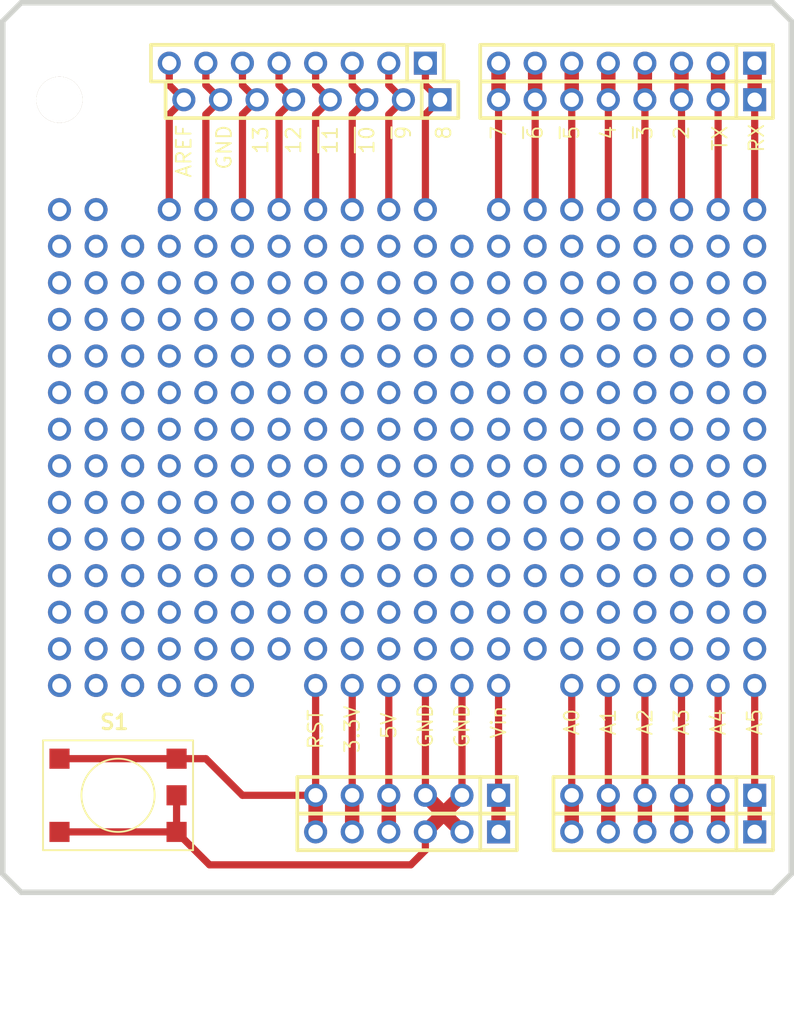
<source format=kicad_pcb>
(kicad_pcb (version 20211014) (generator pcbnew)
  (layers (0 "F.Cu" signal "Front") (31 "B.Cu" signal "Back") (34 "B.Paste" user) (35 "F.Paste" user) (36 "B.SilkS" user "B.Silkscreen") (37 "F.SilkS" user "F.Silkscreen") (38 "B.Mask" user) (39 "F.Mask" user) (44 "Edge.Cuts" user))
  (net 0 "")
  (net 1 "/ADC0")
  (net 2 "/ADC1")
  (net 3 "/ADC2")
  (net 4 "/ADC3")
  (net 5 "/ADC4")
  (net 6 "/ADC5")
  (net 7 "/AREF")
  (net 8 "/GND")
  (net 9 "/MPU_VCC")
  (net 10 "/PB4")
  (net 11 "/PB5")
  (net 12 "/PB6")
  (net 13 "/PB7")
  (net 14 "/PE3")
  (net 15 "/PE4")
  (net 16 "/PE5")
  (net 17 "/PG5")
  (net 18 "/PH3")
  (net 19 "/PH4")
  (net 20 "/PH5")
  (net 21 "/PH6")
  (net 22 "/RESET")
  (net 23 "/RXD0")
  (net 24 "/TXD0")
  (net 25 "/VCC3V3")
  (net 26 "/VCCIN")
  (footprint "1_pin" (layer "F.Cu") (at 116.84 128.27)
    (fp_text reference "arduino" hide)
    (fp_text value "P***" hide)
  )
  (footprint "1_pin" (layer "F.Cu") (at 114.3 128.27)
    (fp_text reference "arduino" hide)
    (fp_text value "P***" hide)
  )
  (footprint "1_pin" (layer "F.Cu") (at 106.68 128.27)
    (fp_text reference "arduino" hide)
    (fp_text value "P***" hide)
  )
  (footprint "1_pin" (layer "F.Cu") (at 109.22 128.27)
    (fp_text reference "arduino" hide)
    (fp_text value "P***" hide)
  )
  (footprint "1_pin" (layer "F.Cu") (at 87.88146 109.728)
    (fp_text reference "arduino" hide)
    (fp_text value "P***" hide)
  )
  (footprint "1_pin" (layer "F.Cu") (at 118.36146 97.028)
    (fp_text reference "arduino" hide)
    (fp_text value "P***" hide)
  )
  (footprint "1_pin" (layer "F.Cu") (at 137.16 95.25)
    (fp_text reference "arduino" hide)
    (fp_text value "P***" hide)
  )
  (footprint "1_pin" (layer "F.Cu") (at 134.62 95.25)
    (fp_text reference "arduino" hide)
    (fp_text value "P***" hide)
  )
  (footprint "1_pin" (layer "F.Cu") (at 127 128.27)
    (fp_text reference "arduino" hide)
    (fp_text value "P***" hide)
  )
  (footprint "1_pin" (layer "F.Cu") (at 137.16 128.27)
    (fp_text reference "arduino" hide)
    (fp_text value "P***" hide)
  )
  (footprint "1_pin" (layer "F.Cu") (at 134.62 128.27)
    (fp_text reference "arduino" hide)
    (fp_text value "P***" hide)
  )
  (footprint "1_pin" (layer "F.Cu") (at 118.10746 127.508)
    (fp_text reference "arduino" hide)
    (fp_text value "P***" hide)
  )
  (footprint "1_pin" (layer "F.Cu") (at 132.33146 97.028)
    (fp_text reference "arduino" hide)
    (fp_text value "P***" hide)
  )
  (footprint "1_pin" (layer "F.Cu") (at 109.22 95.25)
    (fp_text reference "arduino" hide)
    (fp_text value "P***" hide)
  )
  (footprint "1_pin" (layer "F.Cu") (at 106.68 95.25)
    (fp_text reference "arduino" hide)
    (fp_text value "P***" hide)
  )
  (footprint "1_pin" (layer "F.Cu") (at 111.76 95.25)
    (fp_text reference "arduino" hide)
    (fp_text value "P***" hide)
  )
  (footprint "1_pin" (layer "F.Cu") (at 114.3 95.25)
    (fp_text reference "arduino" hide)
    (fp_text value "P***" hide)
  )
  (footprint "1_pin" (layer "F.Cu") (at 132.08 128.27)
    (fp_text reference "arduino" hide)
    (fp_text value "P***" hide)
  )
  (footprint "1_pin" (layer "F.Cu") (at 129.54 128.27)
    (fp_text reference "arduino" hide)
    (fp_text value "P***" hide)
  )
  (footprint "1_pin" (layer "F.Cu") (at 124.46 128.27)
    (fp_text reference "arduino" hide)
    (fp_text value "P***" hide)
  )
  (footprint "IWconnectors:PIN_ARRAY_8x1" (layer "F.Cu") (at 105.41 85.09 180)
    (fp_text reference "XP2" hide)
    (fp_text value "PLS-8" hide)
  )
  (footprint "IWconnectors:PIN_ARRAY_8x1" (layer "F.Cu") (at 106.42346 87.63 180)
    (fp_text reference "XP1" hide)
    (fp_text value "PLS-8" hide)
  )
  (footprint "IWconnectors:PIN_ARRAY_6x1" (layer "F.Cu") (at 130.81 135.89 180)
    (fp_text reference "XP10" hide)
    (fp_text value "PLS-6" hide)
  )
  (footprint "IWconnectors:PIN_ARRAY_6x1" (layer "F.Cu") (at 130.81 138.43 180)
    (fp_text reference "XP9" hide)
    (fp_text value "PLS-6" hide)
  )
  (footprint "IWconnectors:PIN_ARRAY_6x1" (layer "F.Cu") (at 113.03 138.43 180)
    (fp_text reference "XP8" hide)
    (fp_text value "PLS-6" hide)
  )
  (footprint "IWconnectors:PIN_ARRAY_6x1" (layer "F.Cu") (at 113.03 135.89 180)
    (fp_text reference "XP7" hide)
    (fp_text value "PLS-6" hide)
  )
  (footprint "IWsmd_case:SWD_BUTTON" (layer "F.Cu") (at 92.71 135.89)
    (fp_text reference "S1")
    (fp_text value "FSM1LP" hide)
  )
  (footprint "1_pin" (layer "F.Cu") (at 129.54 95.25)
    (fp_text reference "arduino" hide)
    (fp_text value "P***" hide)
  )
  (footprint "1_pin" (layer "F.Cu") (at 132.08 95.25)
    (fp_text reference "arduino" hide)
    (fp_text value "P***" hide)
  )
  (footprint "1_pin" (layer "F.Cu") (at 121.92 95.25)
    (fp_text reference "arduino" hide)
    (fp_text value "P***" hide)
  )
  (footprint "1_pin" (layer "F.Cu") (at 132.33146 97.028)
    (fp_text reference "arduino" hide)
    (fp_text value "P***" hide)
  )
  (footprint "1_pin" (layer "F.Cu") (at 132.33146 97.028)
    (fp_text reference "arduino" hide)
    (fp_text value "P***" hide)
  )
  (footprint "IWconnectors:PIN_ARRAY_8x1" (layer "F.Cu") (at 128.26746 87.63 180)
    (fp_text reference "XP3" hide)
    (fp_text value "PLS-8" hide)
  )
  (footprint "1_pin" (layer "F.Cu") (at 119.38 95.25)
    (fp_text reference "arduino" hide)
    (fp_text value "P***" hide)
  )
  (footprint "1_pin" (layer "F.Cu") (at 124.46 95.25)
    (fp_text reference "arduino" hide)
    (fp_text value "P***" hide)
  )
  (footprint "1_pin" (layer "F.Cu") (at 127 95.25)
    (fp_text reference "arduino" hide)
    (fp_text value "P***" hide)
  )
  (footprint "IWconnectors:PIN_ARRAY_8x1" (layer "F.Cu") (at 128.26746 85.09 180)
    (fp_text reference "XP4" hide)
    (fp_text value "PLS-8" hide)
  )
  (footprint "1_pin" (layer "F.Cu") (at 104.14 95.25)
    (fp_text reference "arduino" hide)
    (fp_text value "P***" hide)
  )
  (footprint "1_pin" (layer "F.Cu") (at 101.6 95.25)
    (fp_text reference "arduino" hide)
    (fp_text value "P***" hide)
  )
  (footprint "1_pin" (layer "F.Cu") (at 99.06 95.25)
    (fp_text reference "arduino" hide)
    (fp_text value "P***" hide)
  )
  (footprint "1_pin" (layer "F.Cu") (at 119.38 128.27)
    (fp_text reference "arduino" hide)
    (fp_text value "P***" hide)
  )
  (footprint "1_pin" (layer "F.Cu") (at 111.76 128.27)
    (fp_text reference "arduino" hide)
    (fp_text value "P***" hide)
  )
  (footprint "1_pin" (layer "F.Cu") (at 89.65946 87.63)
    (fp_text reference "arduino" hide)
    (fp_text value "P***" hide)
  )
  (footprint "1_pin" (layer "F.Cu") (at 96.52 95.25)
    (fp_text reference "arduino" hide)
    (fp_text value "P***" hide)
  )
  (footprint "1_pin" (layer "F.Cu") (at 101.6 125.73)
    (fp_text reference "arduino" hide)
    (fp_text value "P***" hide)
  )
  (footprint "1_pin" (layer "F.Cu") (at 93.98 118.11)
    (fp_text reference "arduino" hide)
    (fp_text value "P***" hide)
  )
  (footprint "1_pin" (layer "F.Cu") (at 93.98 123.19)
    (fp_text reference "arduino" hide)
    (fp_text value "P***" hide)
  )
  (footprint "1_pin" (layer "F.Cu") (at 93.98 120.65)
    (fp_text reference "arduino" hide)
    (fp_text value "P***" hide)
  )
  (footprint "1_pin" (layer "F.Cu") (at 93.98 107.95)
    (fp_text reference "arduino" hide)
    (fp_text value "P***" hide)
  )
  (footprint "1_pin" (layer "F.Cu") (at 90.42146 109.728)
    (fp_text reference "arduino" hide)
    (fp_text value "P***" hide)
  )
  (footprint "1_pin" (layer "F.Cu") (at 104.14 125.73)
    (fp_text reference "arduino" hide)
    (fp_text value "P***" hide)
  )
  (footprint "1_pin" (layer "F.Cu") (at 93.98 105.41)
    (fp_text reference "arduino" hide)
    (fp_text value "P***" hide)
  )
  (footprint "1_pin" (layer "F.Cu") (at 93.98 110.49)
    (fp_text reference "arduino" hide)
    (fp_text value "P***" hide)
  )
  (footprint "1_pin" (layer "F.Cu") (at 93.98 115.57)
    (fp_text reference "arduino" hide)
    (fp_text value "P***" hide)
  )
  (footprint "1_pin" (layer "F.Cu") (at 93.98 113.03)
    (fp_text reference "arduino" hide)
    (fp_text value "P***" hide)
  )
  (footprint "1_pin" (layer "F.Cu") (at 137.16 113.03)
    (fp_text reference "arduino" hide)
    (fp_text value "P***" hide)
  )
  (footprint "1_pin" (layer "F.Cu") (at 137.16 110.49)
    (fp_text reference "arduino" hide)
    (fp_text value "P***" hide)
  )
  (footprint "1_pin" (layer "F.Cu") (at 137.16 115.57)
    (fp_text reference "arduino" hide)
    (fp_text value "P***" hide)
  )
  (footprint "1_pin" (layer "F.Cu") (at 137.16 120.65)
    (fp_text reference "arduino" hide)
    (fp_text value "P***" hide)
  )
  (footprint "1_pin" (layer "F.Cu") (at 137.16 107.95)
    (fp_text reference "arduino" hide)
    (fp_text value "P***" hide)
  )
  (footprint "1_pin" (layer "F.Cu") (at 137.16 123.19)
    (fp_text reference "arduino" hide)
    (fp_text value "P***" hide)
  )
  (footprint "1_pin" (layer "F.Cu") (at 137.16 118.11)
    (fp_text reference "arduino" hide)
    (fp_text value "P***" hide)
  )
  (footprint "1_pin" (layer "F.Cu") (at 116.84 125.73)
    (fp_text reference "arduino" hide)
    (fp_text value "P***" hide)
  )
  (footprint "1_pin" (layer "F.Cu") (at 114.3 125.73)
    (fp_text reference "arduino" hide)
    (fp_text value "P***" hide)
  )
  (footprint "1_pin" (layer "F.Cu") (at 124.46 125.73)
    (fp_text reference "arduino" hide)
    (fp_text value "P***" hide)
  )
  (footprint "1_pin" (layer "F.Cu") (at 127 125.73)
    (fp_text reference "arduino" hide)
    (fp_text value "P***" hide)
  )
  (footprint "1_pin" (layer "F.Cu") (at 121.92 125.73)
    (fp_text reference "arduino" hide)
    (fp_text value "P***" hide)
  )
  (footprint "1_pin" (layer "F.Cu") (at 129.54 125.73)
    (fp_text reference "arduino" hide)
    (fp_text value "P***" hide)
  )
  (footprint "1_pin" (layer "F.Cu") (at 119.38 125.73)
    (fp_text reference "arduino" hide)
    (fp_text value "P***" hide)
  )
  (footprint "1_pin" (layer "F.Cu") (at 132.08 125.73)
    (fp_text reference "arduino" hide)
    (fp_text value "P***" hide)
  )
  (footprint "1_pin" (layer "F.Cu") (at 137.16 125.73)
    (fp_text reference "arduino" hide)
    (fp_text value "P***" hide)
  )
  (footprint "1_pin" (layer "F.Cu") (at 111.76 125.73)
    (fp_text reference "arduino" hide)
    (fp_text value "P***" hide)
  )
  (footprint "1_pin" (layer "F.Cu") (at 134.62 125.73)
    (fp_text reference "arduino" hide)
    (fp_text value "P***" hide)
  )
  (footprint "1_pin" (layer "F.Cu") (at 106.68 125.73)
    (fp_text reference "arduino" hide)
    (fp_text value "P***" hide)
  )
  (footprint "1_pin" (layer "F.Cu") (at 109.22 125.73)
    (fp_text reference "arduino" hide)
    (fp_text value "P***" hide)
  )
  (footprint "1_pin" (layer "F.Cu") (at 137.16 97.79)
    (fp_text reference "arduino" hide)
    (fp_text value "P***" hide)
  )
  (footprint "1_pin" (layer "F.Cu") (at 106.68 115.57)
    (fp_text reference "arduino" hide)
    (fp_text value "P***" hide)
  )
  (footprint "1_pin" (layer "F.Cu") (at 91.44 115.57)
    (fp_text reference "arduino" hide)
    (fp_text value "P***" hide)
  )
  (footprint "1_pin" (layer "F.Cu") (at 134.62 97.79)
    (fp_text reference "arduino" hide)
    (fp_text value "P***" hide)
  )
  (footprint "1_pin" (layer "F.Cu") (at 99.06 120.65)
    (fp_text reference "arduino" hide)
    (fp_text value "P***" hide)
  )
  (footprint "1_pin" (layer "F.Cu") (at 88.9 120.65)
    (fp_text reference "arduino" hide)
    (fp_text value "P***" hide)
  )
  (footprint "1_pin" (layer "F.Cu") (at 104.14 102.87)
    (fp_text reference "arduino" hide)
    (fp_text value "P***" hide)
  )
  (footprint "1_pin" (layer "F.Cu") (at 119.38 110.49)
    (fp_text reference "arduino" hide)
    (fp_text value "P***" hide)
  )
  (footprint "1_pin" (layer "F.Cu") (at 114.3 102.87)
    (fp_text reference "arduino" hide)
    (fp_text value "P***" hide)
  )
  (footprint "1_pin" (layer "F.Cu") (at 101.6 97.79)
    (fp_text reference "arduino" hide)
    (fp_text value "P***" hide)
  )
  (footprint "1_pin" (layer "F.Cu") (at 88.9 128.27)
    (fp_text reference "arduino" hide)
    (fp_text value "P***" hide)
  )
  (footprint "1_pin" (layer "F.Cu") (at 105.66146 109.728)
    (fp_text reference "arduino" hide)
    (fp_text value "P***" hide)
  )
  (footprint "1_pin" (layer "F.Cu") (at 127 100.33)
    (fp_text reference "arduino" hide)
    (fp_text value "P***" hide)
  )
  (footprint "1_pin" (layer "F.Cu") (at 127 113.03)
    (fp_text reference "arduino" hide)
    (fp_text value "P***" hide)
  )
  (footprint "1_pin" (layer "F.Cu") (at 111.76 123.19)
    (fp_text reference "arduino" hide)
    (fp_text value "P***" hide)
  )
  (footprint "1_pin" (layer "F.Cu") (at 119.38 120.65)
    (fp_text reference "arduino" hide)
    (fp_text value "P***" hide)
  )
  (footprint "1_pin" (layer "F.Cu") (at 88.9 95.25)
    (fp_text reference "arduino" hide)
    (fp_text value "P***" hide)
  )
  (footprint "1_pin" (layer "F.Cu") (at 124.46 110.49)
    (fp_text reference "arduino" hide)
    (fp_text value "P***" hide)
  )
  (footprint "1_pin" (layer "F.Cu") (at 101.6 115.57)
    (fp_text reference "arduino" hide)
    (fp_text value "P***" hide)
  )
  (footprint "1_pin" (layer "F.Cu") (at 119.38 97.79)
    (fp_text reference "arduino" hide)
    (fp_text value "P***" hide)
  )
  (footprint "1_pin" (layer "F.Cu") (at 91.44 123.19)
    (fp_text reference "arduino" hide)
    (fp_text value "P***" hide)
  )
  (footprint "1_pin" (layer "F.Cu") (at 124.46 123.19)
    (fp_text reference "arduino" hide)
    (fp_text value "P***" hide)
  )
  (footprint "1_pin" (layer "F.Cu") (at 129.54 120.65)
    (fp_text reference "arduino" hide)
    (fp_text value "P***" hide)
  )
  (footprint "1_pin" (layer "F.Cu") (at 129.54 107.95)
    (fp_text reference "arduino" hide)
    (fp_text value "P***" hide)
  )
  (footprint "1_pin" (layer "F.Cu") (at 127 118.11)
    (fp_text reference "arduino" hide)
    (fp_text value "P***" hide)
  )
  (footprint "1_pin" (layer "F.Cu") (at 104.14 120.65)
    (fp_text reference "arduino" hide)
    (fp_text value "P***" hide)
  )
  (footprint "1_pin" (layer "F.Cu") (at 91.44 100.33)
    (fp_text reference "arduino" hide)
    (fp_text value "P***" hide)
  )
  (footprint "1_pin" (layer "F.Cu") (at 137.16 102.87)
    (fp_text reference "arduino" hide)
    (fp_text value "P***" hide)
  )
  (footprint "1_pin" (layer "F.Cu") (at 88.9 110.49)
    (fp_text reference "arduino" hide)
    (fp_text value "P***" hide)
  )
  (footprint "1_pin" (layer "F.Cu") (at 106.68 120.65)
    (fp_text reference "arduino" hide)
    (fp_text value "P***" hide)
  )
  (footprint "1_pin" (layer "F.Cu") (at 93.98 97.79)
    (fp_text reference "arduino" hide)
    (fp_text value "P***" hide)
  )
  (footprint "1_pin" (layer "F.Cu") (at 129.54 105.41)
    (fp_text reference "arduino" hide)
    (fp_text value "P***" hide)
  )
  (footprint "1_pin" (layer "F.Cu") (at 88.9 115.57)
    (fp_text reference "arduino" hide)
    (fp_text value "P***" hide)
  )
  (footprint "1_pin" (layer "F.Cu") (at 134.62 118.11)
    (fp_text reference "arduino" hide)
    (fp_text value "P***" hide)
  )
  (footprint "1_pin" (layer "F.Cu") (at 124.46 100.33)
    (fp_text reference "arduino" hide)
    (fp_text value "P***" hide)
  )
  (footprint "1_pin" (layer "F.Cu") (at 91.44 118.11)
    (fp_text reference "arduino" hide)
    (fp_text value "P***" hide)
  )
  (footprint "1_pin" (layer "F.Cu") (at 132.08 113.03)
    (fp_text reference "arduino" hide)
    (fp_text value "P***" hide)
  )
  (footprint "1_pin" (layer "F.Cu") (at 111.76 110.49)
    (fp_text reference "arduino" hide)
    (fp_text value "P***" hide)
  )
  (footprint "1_pin" (layer "F.Cu") (at 111.76 118.11)
    (fp_text reference "arduino" hide)
    (fp_text value "P***" hide)
  )
  (footprint "1_pin" (layer "F.Cu") (at 101.6 105.41)
    (fp_text reference "arduino" hide)
    (fp_text value "P***" hide)
  )
  (footprint "1_pin" (layer "F.Cu") (at 119.38 123.19)
    (fp_text reference "arduino" hide)
    (fp_text value "P***" hide)
  )
  (footprint "1_pin" (layer "F.Cu") (at 88.9 102.87)
    (fp_text reference "arduino" hide)
    (fp_text value "P***" hide)
  )
  (footprint "1_pin" (layer "F.Cu") (at 88.9 123.19)
    (fp_text reference "arduino" hide)
    (fp_text value "P***" hide)
  )
  (footprint "1_pin" (layer "F.Cu") (at 132.08 97.79)
    (fp_text reference "arduino" hide)
    (fp_text value "P***" hide)
  )
  (footprint "1_pin" (layer "F.Cu") (at 114.3 110.49)
    (fp_text reference "arduino" hide)
    (fp_text value "P***" hide)
  )
  (footprint "1_pin" (layer "F.Cu") (at 99.06 113.03)
    (fp_text reference "arduino" hide)
    (fp_text value "P***" hide)
  )
  (footprint "1_pin" (layer "F.Cu") (at 106.68 123.19)
    (fp_text reference "arduino" hide)
    (fp_text value "P***" hide)
  )
  (footprint "1_pin" (layer "F.Cu") (at 101.6 120.65)
    (fp_text reference "arduino" hide)
    (fp_text value "P***" hide)
  )
  (footprint "1_pin" (layer "F.Cu") (at 121.92 105.41)
    (fp_text reference "arduino" hide)
    (fp_text value "P***" hide)
  )
  (footprint "1_pin" (layer "F.Cu") (at 114.3 100.33)
    (fp_text reference "arduino" hide)
    (fp_text value "P***" hide)
  )
  (footprint "1_pin" (layer "F.Cu") (at 96.52 113.03)
    (fp_text reference "arduino" hide)
    (fp_text value "P***" hide)
  )
  (footprint "1_pin" (layer "F.Cu") (at 109.22 113.03)
    (fp_text reference "arduino" hide)
    (fp_text value "P***" hide)
  )
  (footprint "1_pin" (layer "F.Cu") (at 93.98 128.27)
    (fp_text reference "arduino" hide)
    (fp_text value "P***" hide)
  )
  (footprint "1_pin" (layer "F.Cu") (at 124.46 97.79)
    (fp_text reference "arduino" hide)
    (fp_text value "P***" hide)
  )
  (footprint "1_pin" (layer "F.Cu") (at 116.84 118.11)
    (fp_text reference "arduino" hide)
    (fp_text value "P***" hide)
  )
  (footprint "1_pin" (layer "F.Cu") (at 114.3 105.41)
    (fp_text reference "arduino" hide)
    (fp_text value "P***" hide)
  )
  (footprint "1_pin" (layer "F.Cu") (at 127 123.19)
    (fp_text reference "arduino" hide)
    (fp_text value "P***" hide)
  )
  (footprint "1_pin" (layer "F.Cu") (at 93.98 102.87)
    (fp_text reference "arduino" hide)
    (fp_text value "P***" hide)
  )
  (footprint "1_pin" (layer "F.Cu") (at 104.14 113.03)
    (fp_text reference "arduino" hide)
    (fp_text value "P***" hide)
  )
  (footprint "1_pin" (layer "F.Cu") (at 101.6 100.33)
    (fp_text reference "arduino" hide)
    (fp_text value "P***" hide)
  )
  (footprint "1_pin" (layer "F.Cu") (at 109.22 123.19)
    (fp_text reference "arduino" hide)
    (fp_text value "P***" hide)
  )
  (footprint "1_pin" (layer "F.Cu") (at 119.38 115.57)
    (fp_text reference "arduino" hide)
    (fp_text value "P***" hide)
  )
  (footprint "1_pin" (layer "F.Cu") (at 132.08 110.49)
    (fp_text reference "arduino" hide)
    (fp_text value "P***" hide)
  )
  (footprint "1_pin" (layer "F.Cu") (at 96.52 97.79)
    (fp_text reference "arduino" hide)
    (fp_text value "P***" hide)
  )
  (footprint "1_pin" (layer "F.Cu") (at 106.68 118.11)
    (fp_text reference "arduino" hide)
    (fp_text value "P***" hide)
  )
  (footprint "1_pin" (layer "F.Cu") (at 101.6 123.19)
    (fp_text reference "arduino" hide)
    (fp_text value "P***" hide)
  )
  (footprint "1_pin" (layer "F.Cu") (at 134.62 100.33)
    (fp_text reference "arduino" hide)
    (fp_text value "P***" hide)
  )
  (footprint "1_pin" (layer "F.Cu") (at 104.14 107.95)
    (fp_text reference "arduino" hide)
    (fp_text value "P***" hide)
  )
  (footprint "1_pin" (layer "F.Cu") (at 121.92 118.11)
    (fp_text reference "arduino" hide)
    (fp_text value "P***" hide)
  )
  (footprint "1_pin" (layer "F.Cu") (at 134.62 115.57)
    (fp_text reference "arduino" hide)
    (fp_text value "P***" hide)
  )
  (footprint "1_pin" (layer "F.Cu") (at 109.22 105.41)
    (fp_text reference "arduino" hide)
    (fp_text value "P***" hide)
  )
  (footprint "1_pin" (layer "F.Cu") (at 91.44 105.41)
    (fp_text reference "arduino" hide)
    (fp_text value "P***" hide)
  )
  (footprint "1_pin" (layer "F.Cu") (at 121.92 123.19)
    (fp_text reference "arduino" hide)
    (fp_text value "P***" hide)
  )
  (footprint "1_pin" (layer "F.Cu") (at 116.84 113.03)
    (fp_text reference "arduino" hide)
    (fp_text value "P***" hide)
  )
  (footprint "1_pin" (layer "F.Cu") (at 91.44 95.25)
    (fp_text reference "arduino" hide)
    (fp_text value "P***" hide)
  )
  (footprint "1_pin" (layer "F.Cu") (at 134.62 107.95)
    (fp_text reference "arduino" hide)
    (fp_text value "P***" hide)
  )
  (footprint "1_pin" (layer "F.Cu") (at 129.54 110.49)
    (fp_text reference "arduino" hide)
    (fp_text value "P***" hide)
  )
  (footprint "1_pin" (layer "F.Cu") (at 96.52 102.87)
    (fp_text reference "arduino" hide)
    (fp_text value "P***" hide)
  )
  (footprint "1_pin" (layer "F.Cu") (at 91.44 113.03)
    (fp_text reference "arduino" hide)
    (fp_text value "P***" hide)
  )
  (footprint "1_pin" (layer "F.Cu") (at 111.76 97.79)
    (fp_text reference "arduino" hide)
    (fp_text value "P***" hide)
  )
  (footprint "1_pin" (layer "F.Cu") (at 99.06 105.41)
    (fp_text reference "arduino" hide)
    (fp_text value "P***" hide)
  )
  (footprint "1_pin" (layer "F.Cu") (at 111.76 113.03)
    (fp_text reference "arduino" hide)
    (fp_text value "P***" hide)
  )
  (footprint "1_pin" (layer "F.Cu") (at 114.3 115.57)
    (fp_text reference "arduino" hide)
    (fp_text value "P***" hide)
  )
  (footprint "1_pin" (layer "F.Cu") (at 124.46 118.11)
    (fp_text reference "arduino" hide)
    (fp_text value "P***" hide)
  )
  (footprint "1_pin" (layer "F.Cu") (at 99.06 123.19)
    (fp_text reference "arduino" hide)
    (fp_text value "P***" hide)
  )
  (footprint "1_pin" (layer "F.Cu") (at 111.76 100.33)
    (fp_text reference "arduino" hide)
    (fp_text value "P***" hide)
  )
  (footprint "1_pin" (layer "F.Cu") (at 88.9 113.03)
    (fp_text reference "arduino" hide)
    (fp_text value "P***" hide)
  )
  (footprint "1_pin" (layer "F.Cu") (at 116.84 97.79)
    (fp_text reference "arduino" hide)
    (fp_text value "P***" hide)
  )
  (footprint "1_pin" (layer "F.Cu") (at 109.22 115.57)
    (fp_text reference "arduino" hide)
    (fp_text value "P***" hide)
  )
  (footprint "1_pin" (layer "F.Cu") (at 119.38 113.03)
    (fp_text reference "arduino" hide)
    (fp_text value "P***" hide)
  )
  (footprint "1_pin" (layer "F.Cu") (at 134.62 110.49)
    (fp_text reference "arduino" hide)
    (fp_text value "P***" hide)
  )
  (footprint "1_pin" (layer "F.Cu") (at 119.38 118.11)
    (fp_text reference "arduino" hide)
    (fp_text value "P***" hide)
  )
  (footprint "1_pin" (layer "F.Cu") (at 116.84 105.41)
    (fp_text reference "arduino" hide)
    (fp_text value "P***" hide)
  )
  (footprint "1_pin" (layer "F.Cu") (at 116.84 120.65)
    (fp_text reference "arduino" hide)
    (fp_text value "P***" hide)
  )
  (footprint "1_pin" (layer "F.Cu") (at 96.52 107.95)
    (fp_text reference "arduino" hide)
    (fp_text value "P***" hide)
  )
  (footprint "1_pin" (layer "F.Cu") (at 109.22 107.95)
    (fp_text reference "arduino" hide)
    (fp_text value "P***" hide)
  )
  (footprint "1_pin" (layer "F.Cu") (at 116.84 107.95)
    (fp_text reference "arduino" hide)
    (fp_text value "P***" hide)
  )
  (footprint "1_pin" (layer "F.Cu") (at 129.54 115.57)
    (fp_text reference "arduino" hide)
    (fp_text value "P***" hide)
  )
  (footprint "1_pin" (layer "F.Cu") (at 127 120.65)
    (fp_text reference "arduino" hide)
    (fp_text value "P***" hide)
  )
  (footprint "1_pin" (layer "F.Cu") (at 127 115.57)
    (fp_text reference "arduino" hide)
    (fp_text value "P***" hide)
  )
  (footprint "1_pin" (layer "F.Cu") (at 99.06 110.49)
    (fp_text reference "arduino" hide)
    (fp_text value "P***" hide)
  )
  (footprint "1_pin" (layer "F.Cu") (at 100.58146 109.728)
    (fp_text reference "arduino" hide)
    (fp_text value "P***" hide)
  )
  (footprint "1_pin" (layer "F.Cu") (at 116.84 110.49)
    (fp_text reference "arduino" hide)
    (fp_text value "P***" hide)
  )
  (footprint "1_pin" (layer "F.Cu") (at 132.08 107.95)
    (fp_text reference "arduino" hide)
    (fp_text value "P***" hide)
  )
  (footprint "1_pin" (layer "F.Cu") (at 121.92 102.87)
    (fp_text reference "arduino" hide)
    (fp_text value "P***" hide)
  )
  (footprint "1_pin" (layer "F.Cu") (at 132.08 105.41)
    (fp_text reference "arduino" hide)
    (fp_text value "P***" hide)
  )
  (footprint "1_pin" (layer "F.Cu") (at 129.54 113.03)
    (fp_text reference "arduino" hide)
    (fp_text value "P***" hide)
  )
  (footprint "1_pin" (layer "F.Cu") (at 124.46 107.95)
    (fp_text reference "arduino" hide)
    (fp_text value "P***" hide)
  )
  (footprint "1_pin" (layer "F.Cu") (at 91.44 120.65)
    (fp_text reference "arduino" hide)
    (fp_text value "P***" hide)
  )
  (footprint "1_pin" (layer "F.Cu") (at 124.46 115.57)
    (fp_text reference "arduino" hide)
    (fp_text value "P***" hide)
  )
  (footprint "1_pin" (layer "F.Cu") (at 93.98 100.33)
    (fp_text reference "arduino" hide)
    (fp_text value "P***" hide)
  )
  (footprint "1_pin" (layer "F.Cu") (at 101.6 107.95)
    (fp_text reference "arduino" hide)
    (fp_text value "P***" hide)
  )
  (footprint "1_pin" (layer "F.Cu") (at 106.68 100.33)
    (fp_text reference "arduino" hide)
    (fp_text value "P***" hide)
  )
  (footprint "1_pin" (layer "F.Cu") (at 106.68 113.03)
    (fp_text reference "arduino" hide)
    (fp_text value "P***" hide)
  )
  (footprint "1_pin" (layer "F.Cu") (at 109.22 120.65)
    (fp_text reference "arduino" hide)
    (fp_text value "P***" hide)
  )
  (footprint "1_pin" (layer "F.Cu") (at 88.9 118.11)
    (fp_text reference "arduino" hide)
    (fp_text value "P***" hide)
  )
  (footprint "1_pin" (layer "F.Cu") (at 111.76 105.41)
    (fp_text reference "arduino" hide)
    (fp_text value "P***" hide)
  )
  (footprint "1_pin" (layer "F.Cu") (at 99.06 118.11)
    (fp_text reference "arduino" hide)
    (fp_text value "P***" hide)
  )
  (footprint "1_pin" (layer "F.Cu") (at 96.52 115.57)
    (fp_text reference "arduino" hide)
    (fp_text value "P***" hide)
  )
  (footprint "1_pin" (layer "F.Cu") (at 129.54 100.33)
    (fp_text reference "arduino" hide)
    (fp_text value "P***" hide)
  )
  (footprint "1_pin" (layer "F.Cu") (at 93.98 125.73)
    (fp_text reference "arduino" hide)
    (fp_text value "P***" hide)
  )
  (footprint "1_pin" (layer "F.Cu") (at 99.06 107.95)
    (fp_text reference "arduino" hide)
    (fp_text value "P***" hide)
  )
  (footprint "1_pin" (layer "F.Cu") (at 119.38 107.95)
    (fp_text reference "arduino" hide)
    (fp_text value "P***" hide)
  )
  (footprint "1_pin" (layer "F.Cu") (at 104.14 105.41)
    (fp_text reference "arduino" hide)
    (fp_text value "P***" hide)
  )
  (footprint "1_pin" (layer "F.Cu") (at 111.76 107.95)
    (fp_text reference "arduino" hide)
    (fp_text value "P***" hide)
  )
  (footprint "1_pin" (layer "F.Cu") (at 101.6 113.03)
    (fp_text reference "arduino" hide)
    (fp_text value "P***" hide)
  )
  (footprint "1_pin" (layer "F.Cu") (at 132.08 118.11)
    (fp_text reference "arduino" hide)
    (fp_text value "P***" hide)
  )
  (footprint "1_pin" (layer "F.Cu") (at 91.44 107.95)
    (fp_text reference "arduino" hide)
    (fp_text value "P***" hide)
  )
  (footprint "1_pin" (layer "F.Cu") (at 121.92 97.79)
    (fp_text reference "arduino" hide)
    (fp_text value "P***" hide)
  )
  (footprint "1_pin" (layer "F.Cu") (at 88.9 125.73)
    (fp_text reference "arduino" hide)
    (fp_text value "P***" hide)
  )
  (footprint "1_pin" (layer "F.Cu") (at 114.3 113.03)
    (fp_text reference "arduino" hide)
    (fp_text value "P***" hide)
  )
  (footprint "1_pin" (layer "F.Cu") (at 127 97.79)
    (fp_text reference "arduino" hide)
    (fp_text value "P***" hide)
  )
  (footprint "1_pin" (layer "F.Cu") (at 106.68 107.95)
    (fp_text reference "arduino" hide)
    (fp_text value "P***" hide)
  )
  (footprint "1_pin" (layer "F.Cu") (at 137.16 105.41)
    (fp_text reference "arduino" hide)
    (fp_text value "P***" hide)
  )
  (footprint "1_pin" (layer "F.Cu") (at 104.14 97.79)
    (fp_text reference "arduino" hide)
    (fp_text value "P***" hide)
  )
  (footprint "1_pin" (layer "F.Cu") (at 104.14 118.11)
    (fp_text reference "arduino" hide)
    (fp_text value "P***" hide)
  )
  (footprint "1_pin" (layer "F.Cu") (at 104.14 110.49)
    (fp_text reference "arduino" hide)
    (fp_text value "P***" hide)
  )
  (footprint "1_pin" (layer "F.Cu") (at 104.14 123.19)
    (fp_text reference "arduino" hide)
    (fp_text value "P***" hide)
  )
  (footprint "1_pin" (layer "F.Cu") (at 95.50146 109.728)
    (fp_text reference "arduino" hide)
    (fp_text value "P***" hide)
  )
  (footprint "1_pin" (layer "F.Cu") (at 121.92 100.33)
    (fp_text reference "arduino" hide)
    (fp_text value "P***" hide)
  )
  (footprint "1_pin" (layer "F.Cu") (at 96.52 120.65)
    (fp_text reference "arduino" hide)
    (fp_text value "P***" hide)
  )
  (footprint "1_pin" (layer "F.Cu") (at 96.52 125.73)
    (fp_text reference "arduino" hide)
    (fp_text value "P***" hide)
  )
  (footprint "1_pin" (layer "F.Cu") (at 104.14 115.57)
    (fp_text reference "arduino" hide)
    (fp_text value "P***" hide)
  )
  (footprint "1_pin" (layer "F.Cu") (at 124.46 113.03)
    (fp_text reference "arduino" hide)
    (fp_text value "P***" hide)
  )
  (footprint "1_pin" (layer "F.Cu") (at 109.22 118.11)
    (fp_text reference "arduino" hide)
    (fp_text value "P***" hide)
  )
  (footprint "1_pin" (layer "F.Cu") (at 109.22 110.49)
    (fp_text reference "arduino" hide)
    (fp_text value "P***" hide)
  )
  (footprint "1_pin" (layer "F.Cu") (at 104.14 100.33)
    (fp_text reference "arduino" hide)
    (fp_text value "P***" hide)
  )
  (footprint "1_pin" (layer "F.Cu") (at 137.16 100.33)
    (fp_text reference "arduino" hide)
    (fp_text value "P***" hide)
  )
  (footprint "1_pin" (layer "F.Cu") (at 134.62 120.65)
    (fp_text reference "arduino" hide)
    (fp_text value "P***" hide)
  )
  (footprint "1_pin" (layer "F.Cu") (at 114.3 123.19)
    (fp_text reference "arduino" hide)
    (fp_text value "P***" hide)
  )
  (footprint "1_pin" (layer "F.Cu") (at 99.06 102.87)
    (fp_text reference "arduino" hide)
    (fp_text value "P***" hide)
  )
  (footprint "1_pin" (layer "F.Cu") (at 134.62 123.19)
    (fp_text reference "arduino" hide)
    (fp_text value "P***" hide)
  )
  (footprint "1_pin" (layer "F.Cu") (at 109.22 97.79)
    (fp_text reference "arduino" hide)
    (fp_text value "P***" hide)
  )
  (footprint "1_pin" (layer "F.Cu") (at 120.90146 109.728)
    (fp_text reference "arduino" hide)
    (fp_text value "P***" hide)
  )
  (footprint "1_pin" (layer "F.Cu") (at 101.6 128.27)
    (fp_text reference "arduino" hide)
    (fp_text value "P***" hide)
  )
  (footprint "1_pin" (layer "F.Cu") (at 114.3 107.95)
    (fp_text reference "arduino" hide)
    (fp_text value "P***" hide)
  )
  (footprint "1_pin" (layer "F.Cu") (at 96.52 110.49)
    (fp_text reference "arduino" hide)
    (fp_text value "P***" hide)
  )
  (footprint "1_pin" (layer "F.Cu") (at 124.46 102.87)
    (fp_text reference "arduino" hide)
    (fp_text value "P***" hide)
  )
  (footprint "1_pin" (layer "F.Cu") (at 101.6 102.87)
    (fp_text reference "arduino" hide)
    (fp_text value "P***" hide)
  )
  (footprint "1_pin" (layer "F.Cu") (at 127 110.49)
    (fp_text reference "arduino" hide)
    (fp_text value "P***" hide)
  )
  (footprint "1_pin" (layer "F.Cu") (at 88.9 97.79)
    (fp_text reference "arduino" hide)
    (fp_text value "P***" hide)
  )
  (footprint "1_pin" (layer "F.Cu") (at 96.52 118.11)
    (fp_text reference "arduino" hide)
    (fp_text value "P***" hide)
  )
  (footprint "1_pin" (layer "F.Cu") (at 116.84 100.33)
    (fp_text reference "arduino" hide)
    (fp_text value "P***" hide)
  )
  (footprint "1_pin" (layer "F.Cu") (at 99.06 115.57)
    (fp_text reference "arduino" hide)
    (fp_text value "P***" hide)
  )
  (footprint "1_pin" (layer "F.Cu") (at 99.06 125.73)
    (fp_text reference "arduino" hide)
    (fp_text value "P***" hide)
  )
  (footprint "1_pin" (layer "F.Cu") (at 115.82146 109.728)
    (fp_text reference "arduino" hide)
    (fp_text value "P***" hide)
  )
  (footprint "1_pin" (layer "F.Cu") (at 119.38 102.87)
    (fp_text reference "arduino" hide)
    (fp_text value "P***" hide)
  )
  (footprint "1_pin" (layer "F.Cu") (at 99.06 128.27)
    (fp_text reference "arduino" hide)
    (fp_text value "P***" hide)
  )
  (footprint "1_pin" (layer "F.Cu") (at 132.08 120.65)
    (fp_text reference "arduino" hide)
    (fp_text value "P***" hide)
  )
  (footprint "1_pin" (layer "F.Cu") (at 131.06146 109.728)
    (fp_text reference "arduino" hide)
    (fp_text value "P***" hide)
  )
  (footprint "1_pin" (layer "F.Cu") (at 91.44 97.79)
    (fp_text reference "arduino" hide)
    (fp_text value "P***" hide)
  )
  (footprint "1_pin" (layer "F.Cu") (at 116.84 102.87)
    (fp_text reference "arduino" hide)
    (fp_text value "P***" hide)
  )
  (footprint "1_pin" (layer "F.Cu") (at 106.68 97.79)
    (fp_text reference "arduino" hide)
    (fp_text value "P***" hide)
  )
  (footprint "1_pin" (layer "F.Cu") (at 127 102.87)
    (fp_text reference "arduino" hide)
    (fp_text value "P***" hide)
  )
  (footprint "1_pin" (layer "F.Cu") (at 91.44 102.87)
    (fp_text reference "arduino" hide)
    (fp_text value "P***" hide)
  )
  (footprint "1_pin" (layer "F.Cu") (at 125.98146 109.728)
    (fp_text reference "arduino" hide)
    (fp_text value "P***" hide)
  )
  (footprint "1_pin" (layer "F.Cu") (at 132.08 115.57)
    (fp_text reference "arduino" hide)
    (fp_text value "P***" hide)
  )
  (footprint "1_pin" (layer "F.Cu") (at 101.6 118.11)
    (fp_text reference "arduino" hide)
    (fp_text value "P***" hide)
  )
  (footprint "1_pin" (layer "F.Cu") (at 91.44 128.27)
    (fp_text reference "arduino" hide)
    (fp_text value "P***" hide)
  )
  (footprint "1_pin" (layer "F.Cu") (at 88.9 105.41)
    (fp_text reference "arduino" hide)
    (fp_text value "P***" hide)
  )
  (footprint "1_pin" (layer "F.Cu") (at 134.62 113.03)
    (fp_text reference "arduino" hide)
    (fp_text value "P***" hide)
  )
  (footprint "1_pin" (layer "F.Cu") (at 132.08 100.33)
    (fp_text reference "arduino" hide)
    (fp_text value "P***" hide)
  )
  (footprint "1_pin" (layer "F.Cu") (at 91.44 110.49)
    (fp_text reference "arduino" hide)
    (fp_text value "P***" hide)
  )
  (footprint "1_pin" (layer "F.Cu") (at 111.76 102.87)
    (fp_text reference "arduino" hide)
    (fp_text value "P***" hide)
  )
  (footprint "1_pin" (layer "F.Cu") (at 129.54 118.11)
    (fp_text reference "arduino" hide)
    (fp_text value "P***" hide)
  )
  (footprint "1_pin" (layer "F.Cu") (at 111.76 115.57)
    (fp_text reference "arduino" hide)
    (fp_text value "P***" hide)
  )
  (footprint "1_pin" (layer "F.Cu") (at 116.84 115.57)
    (fp_text reference "arduino" hide)
    (fp_text value "P***" hide)
  )
  (footprint "1_pin" (layer "F.Cu") (at 111.76 120.65)
    (fp_text reference "arduino" hide)
    (fp_text value "P***" hide)
  )
  (footprint "1_pin" (layer "F.Cu") (at 121.92 110.49)
    (fp_text reference "arduino" hide)
    (fp_text value "P***" hide)
  )
  (footprint "1_pin" (layer "F.Cu") (at 119.38 105.41)
    (fp_text reference "arduino" hide)
    (fp_text value "P***" hide)
  )
  (footprint "1_pin" (layer "F.Cu") (at 96.52 128.27)
    (fp_text reference "arduino" hide)
    (fp_text value "P***" hide)
  )
  (footprint "1_pin" (layer "F.Cu") (at 119.38 100.33)
    (fp_text reference "arduino" hide)
    (fp_text value "P***" hide)
  )
  (footprint "1_pin" (layer "F.Cu") (at 129.54 102.87)
    (fp_text reference "arduino" hide)
    (fp_text value "P***" hide)
  )
  (footprint "1_pin" (layer "F.Cu") (at 134.62 102.87)
    (fp_text reference "arduino" hide)
    (fp_text value "P***" hide)
  )
  (footprint "1_pin" (layer "F.Cu") (at 106.68 110.49)
    (fp_text reference "arduino" hide)
    (fp_text value "P***" hide)
  )
  (footprint "1_pin" (layer "F.Cu") (at 114.3 118.11)
    (fp_text reference "arduino" hide)
    (fp_text value "P***" hide)
  )
  (footprint "1_pin" (layer "F.Cu") (at 96.52 100.33)
    (fp_text reference "arduino" hide)
    (fp_text value "P***" hide)
  )
  (footprint "1_pin" (layer "F.Cu") (at 91.44 125.73)
    (fp_text reference "arduino" hide)
    (fp_text value "P***" hide)
  )
  (footprint "1_pin" (layer "F.Cu") (at 109.22 100.33)
    (fp_text reference "arduino" hide)
    (fp_text value "P***" hide)
  )
  (footprint "1_pin" (layer "F.Cu") (at 129.54 123.19)
    (fp_text reference "arduino" hide)
    (fp_text value "P***" hide)
  )
  (footprint "1_pin" (layer "F.Cu") (at 132.08 102.87)
    (fp_text reference "arduino" hide)
    (fp_text value "P***" hide)
  )
  (footprint "1_pin" (layer "F.Cu") (at 99.06 97.79)
    (fp_text reference "arduino" hide)
    (fp_text value "P***" hide)
  )
  (footprint "1_pin" (layer "F.Cu") (at 132.08 123.19)
    (fp_text reference "arduino" hide)
    (fp_text value "P***" hide)
  )
  (footprint "1_pin" (layer "F.Cu") (at 88.9 107.95)
    (fp_text reference "arduino" hide)
    (fp_text value "P***" hide)
  )
  (footprint "1_pin" (layer "F.Cu") (at 129.54 97.79)
    (fp_text reference "arduino" hide)
    (fp_text value "P***" hide)
  )
  (footprint "1_pin" (layer "F.Cu") (at 121.92 113.03)
    (fp_text reference "arduino" hide)
    (fp_text value "P***" hide)
  )
  (footprint "1_pin" (layer "F.Cu") (at 124.46 105.41)
    (fp_text reference "arduino" hide)
    (fp_text value "P***" hide)
  )
  (footprint "1_pin" (layer "F.Cu") (at 99.06 100.33)
    (fp_text reference "arduino" hide)
    (fp_text value "P***" hide)
  )
  (footprint "1_pin" (layer "F.Cu") (at 96.52 123.19)
    (fp_text reference "arduino" hide)
    (fp_text value "P***" hide)
  )
  (footprint "1_pin" (layer "F.Cu") (at 121.92 120.65)
    (fp_text reference "arduino" hide)
    (fp_text value "P***" hide)
  )
  (footprint "1_pin" (layer "F.Cu") (at 134.62 105.41)
    (fp_text reference "arduino" hide)
    (fp_text value "P***" hide)
  )
  (footprint "1_pin" (layer "F.Cu") (at 109.22 102.87)
    (fp_text reference "arduino" hide)
    (fp_text value "P***" hide)
  )
  (footprint "1_pin" (layer "F.Cu") (at 124.46 120.65)
    (fp_text reference "arduino" hide)
    (fp_text value "P***" hide)
  )
  (footprint "1_pin" (layer "F.Cu") (at 106.68 105.41)
    (fp_text reference "arduino" hide)
    (fp_text value "P***" hide)
  )
  (footprint "1_pin" (layer "F.Cu") (at 121.92 115.57)
    (fp_text reference "arduino" hide)
    (fp_text value "P***" hide)
  )
  (footprint "1_pin" (layer "F.Cu") (at 101.6 110.49)
    (fp_text reference "arduino" hide)
    (fp_text value "P***" hide)
  )
  (footprint "1_pin" (layer "F.Cu") (at 121.92 107.95)
    (fp_text reference "arduino" hide)
    (fp_text value "P***" hide)
  )
  (footprint "1_pin" (layer "F.Cu") (at 114.3 97.79)
    (fp_text reference "arduino" hide)
    (fp_text value "P***" hide)
  )
  (footprint "1_pin" (layer "F.Cu") (at 127 107.95)
    (fp_text reference "arduino" hide)
    (fp_text value "P***" hide)
  )
  (footprint "1_pin" (layer "F.Cu") (at 96.52 105.41)
    (fp_text reference "arduino" hide)
    (fp_text value "P***" hide)
  )
  (footprint "1_pin" (layer "F.Cu") (at 114.3 120.65)
    (fp_text reference "arduino" hide)
    (fp_text value "P***" hide)
  )
  (footprint "1_pin" (layer "F.Cu") (at 116.84 123.19)
    (fp_text reference "arduino" hide)
    (fp_text value "P***" hide)
  )
  (footprint "1_pin" (layer "F.Cu") (at 127 105.41)
    (fp_text reference "arduino" hide)
    (fp_text value "P***" hide)
  )
  (footprint "1_pin" (layer "F.Cu") (at 106.68 102.87)
    (fp_text reference "arduino" hide)
    (fp_text value "P***" hide)
  )
  (footprint "1_pin" (layer "F.Cu") (at 110.74146 109.728)
    (fp_text reference "arduino" hide)
    (fp_text value "P***" hide)
  )
  (footprint "1_pin" (layer "F.Cu") (at 88.9 100.33)
    (fp_text reference "arduino" hide)
    (fp_text value "P***" hide)
  )
  (gr_line (start 138.43 142.621) (end 86.23046 142.621) (layer "Edge.Cuts") (width 0.381))
  (gr_line (start 86.23046 80.899) (end 84.96046 82.169) (layer "Edge.Cuts") (width 0.381))
  (gr_line (start 86.23046 80.899) (end 138.43 80.899) (layer "Edge.Cuts") (width 0.381))
  (gr_line (start 84.96046 82.169) (end 84.96046 141.351) (layer "Edge.Cuts") (width 0.381))
  (gr_line (start 84.96046 141.351) (end 86.23046 142.621) (layer "Edge.Cuts") (width 0.381))
  (gr_line (start 139.7 82.169) (end 139.7 141.351) (layer "Edge.Cuts") (width 0.381))
  (gr_line (start 139.7 82.169) (end 138.43 80.899) (layer "Edge.Cuts") (width 0.381))
  (gr_line (start 139.7 141.351) (end 138.43 142.621) (layer "Edge.Cuts") (width 0.381))
  (gr_text "GND" (at 114.3 131.064 90) (layer "F.SilkS") (effects (font (size 1.016 1.016) (thickness 0.127))))
  (gr_text "Vin" (at 119.38 130.81 90) (layer "F.SilkS") (effects (font (size 1.016 1.016) (thickness 0.127))))
  (gr_text "5V" (at 111.76 131.064 90) (layer "F.SilkS") (effects (font (size 1.016 1.016) (thickness 0.127))))
  (gr_text "GND" (at 116.84 131.064 90) (layer "F.SilkS") (effects (font (size 1.016 1.016) (thickness 0.127))))
  (gr_text "3.3V" (at 109.22 131.318 90) (layer "F.SilkS") (effects (font (size 1.016 1.016) (thickness 0.127))))
  (gr_text "RST" (at 106.68 131.318 90) (layer "F.SilkS") (effects (font (size 1.016 1.016) (thickness 0.127))))
  (gr_text "~{11}" (at 107.69346 90.424 90) (layer "F.SilkS") (effects (font (size 1.016 1.016) (thickness 0.127))))
  (gr_text "~{5}" (at 124.45746 89.916 90) (layer "F.SilkS") (effects (font (size 1.016 1.016) (thickness 0.127))))
  (gr_text "GND" (at 100.32746 90.932 90) (layer "F.SilkS") (effects (font (size 1.016 1.016) (thickness 0.127))))
  (gr_text "8" (at 115.56746 89.916 90) (layer "F.SilkS") (effects (font (size 1.016 1.016) (thickness 0.127))))
  (gr_text "13" (at 102.86746 90.424 90) (layer "F.SilkS") (effects (font (size 1.016 1.016) (thickness 0.127))))
  (gr_text "AREF" (at 97.53346 91.186 90) (layer "F.SilkS") (effects (font (size 1.016 1.016) (thickness 0.127))))
  (gr_text "~{6}" (at 121.91746 89.916 90) (layer "F.SilkS") (effects (font (size 1.016 1.016) (thickness 0.127))))
  (gr_text "~{10}" (at 110.23346 90.424 90) (layer "F.SilkS") (effects (font (size 1.016 1.016) (thickness 0.127))))
  (gr_text "12" (at 105.15346 90.424 90) (layer "F.SilkS") (effects (font (size 1.016 1.016) (thickness 0.127))))
  (gr_text "A0" (at 124.46 130.81 90) (layer "F.SilkS") (effects (font (size 1.016 1.016) (thickness 0.127))))
  (gr_text "A1" (at 127 130.81 90) (layer "F.SilkS") (effects (font (size 1.016 1.016) (thickness 0.127))))
  (gr_text "A4" (at 134.62 130.81 90) (layer "F.SilkS") (effects (font (size 1.016 1.016) (thickness 0.127))))
  (gr_text "A5" (at 137.16 130.81 90) (layer "F.SilkS") (effects (font (size 1.016 1.016) (thickness 0.127))))
  (gr_text "A3" (at 132.08 130.81 90) (layer "F.SilkS") (effects (font (size 1.016 1.016) (thickness 0.127))))
  (gr_text "A2" (at 129.54 130.81 90) (layer "F.SilkS") (effects (font (size 1.016 1.016) (thickness 0.127))))
  (gr_text "RX" (at 137.28446 90.297 90) (layer "F.SilkS") (effects (font (size 1.016 1.016) (thickness 0.127))))
  (gr_text "TX" (at 134.74446 90.297 90) (layer "F.SilkS") (effects (font (size 1.016 1.016) (thickness 0.127))))
  (gr_text "2" (at 132.07746 89.916 90) (layer "F.SilkS") (effects (font (size 1.016 1.016) (thickness 0.127))))
  (gr_text "~{3}" (at 129.53746 89.916 90) (layer "F.SilkS") (effects (font (size 1.016 1.016) (thickness 0.127))))
  (gr_text "7" (at 119.37746 89.916 90) (layer "F.SilkS") (effects (font (size 1.016 1.016) (thickness 0.127))))
  (gr_text "4" (at 126.99746 89.916 90) (layer "F.SilkS") (effects (font (size 1.016 1.016) (thickness 0.127))))
  (gr_text "~{9}" (at 112.77346 89.916 90) (layer "F.SilkS") (effects (font (size 1.016 1.016) (thickness 0.127))))
  (segment (start 124.45746 135.89) (end 124.45746 135.636) (width 0.5) (layer "F.Cu") (net 1))
  (segment (start 124.46 128.27) (end 124.46 135.89) (width 0.5) (layer "F.Cu") (net 1))
  (segment (start 124.45746 135.89) (end 124.45746 138.43) (width 1) (layer "F.Cu") (net 1))
  (segment (start 124.45746 135.88746) (end 124.45746 135.89) (width 0.5) (layer "F.Cu") (net 1))
  (segment (start 126.99746 135.382) (end 126.99746 135.89) (width 0.5) (layer "F.Cu") (net 2))
  (segment (start 126.99746 135.88746) (end 126.99746 135.89) (width 0.5) (layer "F.Cu") (net 2))
  (segment (start 126.99746 135.89) (end 126.99746 138.43) (width 1) (layer "F.Cu") (net 2))
  (segment (start 127 135.88746) (end 126.99746 135.89) (width 0.5) (layer "F.Cu") (net 2))
  (segment (start 127 128.27) (end 127 135.88746) (width 0.5) (layer "F.Cu") (net 2))
  (segment (start 126.99746 135.76046) (end 126.99746 135.89) (width 0.5) (layer "F.Cu") (net 2))
  (segment (start 129.53746 135.88746) (end 129.53746 135.89) (width 0.5) (layer "F.Cu") (net 3))
  (segment (start 129.53746 135.89) (end 129.53746 138.43) (width 1) (layer "F.Cu") (net 3))
  (segment (start 129.54 135.88746) (end 129.53746 135.89) (width 0.5) (layer "F.Cu") (net 3))
  (segment (start 129.54 128.27) (end 129.54 135.88746) (width 0.5) (layer "F.Cu") (net 3))
  (segment (start 132.07746 135.88746) (end 132.07746 135.89) (width 0.5) (layer "F.Cu") (net 4))
  (segment (start 132.08 128.27) (end 132.08 135.89) (width 0.5) (layer "F.Cu") (net 4))
  (segment (start 132.07746 135.89) (end 132.07746 138.43) (width 1) (layer "F.Cu") (net 4))
  (segment (start 134.61746 135.88746) (end 134.61746 135.89) (width 0.5) (layer "F.Cu") (net 5))
  (segment (start 134.62 135.88746) (end 134.61746 135.89) (width 0.5) (layer "F.Cu") (net 5))
  (segment (start 134.62 128.27) (end 134.62 135.88746) (width 0.5) (layer "F.Cu") (net 5))
  (segment (start 134.61746 135.89) (end 134.61746 138.43) (width 1) (layer "F.Cu") (net 5))
  (segment (start 137.15746 135.88746) (end 137.15746 135.89) (width 0.5) (layer "F.Cu") (net 6))
  (segment (start 137.16 128.27) (end 137.16 135.89) (width 0.5) (layer "F.Cu") (net 6))
  (segment (start 137.15746 135.89) (end 137.15746 138.43) (width 1) (layer "F.Cu") (net 6))
  (segment (start 96.52 85.09) (end 96.52 86.61654) (width 0.5) (layer "F.Cu") (net 7))
  (segment (start 96.52 86.61654) (end 97.53346 87.63) (width 0.5) (layer "F.Cu") (net 7))
  (segment (start 96.52 95.25) (end 96.52 88.64346) (width 0.5) (layer "F.Cu") (net 7))
  (segment (start 96.52 88.64346) (end 97.53346 87.63) (width 0.5) (layer "F.Cu") (net 7))
  (segment (start 88.9 138.43) (end 97.028 138.43) (width 0.5) (layer "F.Cu") (net 8))
  (segment (start 115.56873 137.16127) (end 116.83746 138.43) (width 1) (layer "F.Cu") (net 8))
  (segment (start 115.56619 137.16127) (end 115.56873 137.16127) (width 1) (layer "F.Cu") (net 8))
  (segment (start 113.284 140.716) (end 99.314 140.716) (width 0.5) (layer "F.Cu") (net 8))
  (segment (start 116.83746 135.88746) (end 116.83746 135.89) (width 0.5) (layer "F.Cu") (net 8))
  (segment (start 116.83746 135.89) (end 115.56873 137.15873) (width 1) (layer "F.Cu") (net 8))
  (segment (start 116.84 128.27) (end 116.84 135.88746) (width 0.5) (layer "F.Cu") (net 8))
  (segment (start 114.3 128.27) (end 114.3 135.89) (width 0.5) (layer "F.Cu") (net 8))
  (segment (start 114.29746 135.88746) (end 114.29746 135.89) (width 0.5) (layer "F.Cu") (net 8))
  (segment (start 115.56873 137.15873) (end 115.56873 137.16127) (width 1) (layer "F.Cu") (net 8))
  (segment (start 114.29746 138.43) (end 115.56619 137.16127) (width 1) (layer "F.Cu") (net 8))
  (segment (start 99.06 85.09) (end 99.06 86.61654) (width 0.5) (layer "F.Cu") (net 8))
  (segment (start 97.028 135.89) (end 97.028 138.43) (width 0.5) (layer "F.Cu") (net 8))
  (segment (start 99.314 140.716) (end 97.028 138.43) (width 0.5) (layer "F.Cu") (net 8))
  (segment (start 114.29746 135.89) (end 115.56873 137.16127) (width 1) (layer "F.Cu") (net 8))
  (segment (start 114.29746 139.70254) (end 114.29746 138.43) (width 0.5) (layer "F.Cu") (net 8))
  (segment (start 99.06 95.25) (end 99.06 88.64346) (width 0.5) (layer "F.Cu") (net 8))
  (segment (start 116.84 135.88746) (end 116.83746 135.89) (width 0.5) (layer "F.Cu") (net 8))
  (segment (start 99.06 88.64346) (end 100.07346 87.63) (width 0.5) (layer "F.Cu") (net 8))
  (segment (start 99.06 86.61654) (end 100.07346 87.63) (width 0.5) (layer "F.Cu") (net 8))
  (segment (start 113.284 140.716) (end 114.29746 139.70254) (width 0.5) (layer "F.Cu") (net 8))
  (segment (start 111.75746 135.89) (end 111.75746 138.43) (width 1) (layer "F.Cu") (net 9))
  (segment (start 111.76 128.27) (end 111.76 135.89) (width 0.5) (layer "F.Cu") (net 9))
  (segment (start 111.75746 135.88746) (end 111.75746 135.89) (width 0.5) (layer "F.Cu") (net 9))
  (segment (start 109.22 85.09) (end 109.22 86.61654) (width 0.5) (layer "F.Cu") (net 10))
  (segment (start 109.22 88.64346) (end 110.23346 87.63) (width 0.5) (layer "F.Cu") (net 10))
  (segment (start 109.22 95.25) (end 109.22 88.64346) (width 0.5) (layer "F.Cu") (net 10))
  (segment (start 109.22 86.61654) (end 110.23346 87.63) (width 0.5) (layer "F.Cu") (net 10))
  (segment (start 106.68 85.09) (end 106.68 86.61654) (width 0.5) (layer "F.Cu") (net 11))
  (segment (start 106.68 86.61654) (end 107.69346 87.63) (width 0.5) (layer "F.Cu") (net 11))
  (segment (start 106.68 95.25) (end 106.68 88.64346) (width 0.5) (layer "F.Cu") (net 11))
  (segment (start 106.68 88.64346) (end 107.69346 87.63) (width 0.5) (layer "F.Cu") (net 11))
  (segment (start 104.14 88.64346) (end 105.15346 87.63) (width 0.5) (layer "F.Cu") (net 12))
  (segment (start 104.14 86.61654) (end 105.15346 87.63) (width 0.5) (layer "F.Cu") (net 12))
  (segment (start 104.14 95.25) (end 104.14 88.64346) (width 0.5) (layer "F.Cu") (net 12))
  (segment (start 104.14 85.09) (end 104.14 86.61654) (width 0.5) (layer "F.Cu") (net 12))
  (segment (start 101.6 95.25) (end 101.6 88.64346) (width 0.5) (layer "F.Cu") (net 13))
  (segment (start 101.6 85.09) (end 101.6 86.61654) (width 0.5) (layer "F.Cu") (net 13))
  (segment (start 101.6 88.64346) (end 102.61346 87.63) (width 0.5) (layer "F.Cu") (net 13))
  (segment (start 101.6 86.61654) (end 102.61346 87.63) (width 0.5) (layer "F.Cu") (net 13))
  (segment (start 124.46 95.25) (end 124.46 87.63254) (width 0.5) (layer "F.Cu") (net 14))
  (segment (start 124.46 87.63254) (end 124.45746 87.63) (width 0.5) (layer "F.Cu") (net 14))
  (segment (start 124.45746 85.09) (end 124.45746 87.63) (width 1) (layer "F.Cu") (net 14))
  (segment (start 132.08 95.25) (end 132.08 87.63254) (width 0.5) (layer "F.Cu") (net 15))
  (segment (start 132.07746 85.09) (end 132.07746 87.63) (width 1) (layer "F.Cu") (net 15))
  (segment (start 132.08 87.63254) (end 132.07746 87.63) (width 0.5) (layer "F.Cu") (net 15))
  (segment (start 129.54 95.25) (end 129.54 87.63254) (width 0.5) (layer "F.Cu") (net 16))
  (segment (start 129.53746 85.09) (end 129.53746 87.63) (width 1) (layer "F.Cu") (net 16))
  (segment (start 129.54 87.63254) (end 129.53746 87.63) (width 0.5) (layer "F.Cu") (net 16))
  (segment (start 127 87.63254) (end 126.99746 87.63) (width 0.5) (layer "F.Cu") (net 17))
  (segment (start 127 95.25) (end 127 87.63254) (width 0.5) (layer "F.Cu") (net 17))
  (segment (start 126.99746 85.09) (end 126.99746 87.63) (width 1) (layer "F.Cu") (net 17))
  (segment (start 121.92 87.63254) (end 121.91746 87.63) (width 0.5) (layer "F.Cu") (net 18))
  (segment (start 121.91746 85.09) (end 121.91746 87.63) (width 1) (layer "F.Cu") (net 18))
  (segment (start 121.92 95.25) (end 121.92 87.63254) (width 0.5) (layer "F.Cu") (net 18))
  (segment (start 119.38 95.25) (end 119.38 87.63254) (width 0.5) (layer "F.Cu") (net 19))
  (segment (start 119.38 87.63254) (end 119.37746 87.63) (width 0.5) (layer "F.Cu") (net 19))
  (segment (start 119.37746 85.09) (end 119.37746 87.63) (width 1) (layer "F.Cu") (net 19))
  (segment (start 114.3 88.64346) (end 115.31346 87.63) (width 0.5) (layer "F.Cu") (net 20))
  (segment (start 114.3 95.25) (end 114.3 88.64346) (width 0.5) (layer "F.Cu") (net 20))
  (segment (start 114.3 85.09) (end 114.3 86.61654) (width 0.5) (layer "F.Cu") (net 20))
  (segment (start 114.3 86.61654) (end 115.31346 87.63) (width 0.5) (layer "F.Cu") (net 20))
  (segment (start 111.76 88.64346) (end 112.77346 87.63) (width 0.5) (layer "F.Cu") (net 21))
  (segment (start 111.76 95.25) (end 111.76 88.64346) (width 0.5) (layer "F.Cu") (net 21))
  (segment (start 111.76 86.61654) (end 112.77346 87.63) (width 0.5) (layer "F.Cu") (net 21))
  (segment (start 111.76 85.09) (end 111.76 86.61654) (width 0.5) (layer "F.Cu") (net 21))
  (segment (start 106.67746 135.89) (end 106.67746 138.43) (width 1) (layer "F.Cu") (net 22))
  (segment (start 101.6 135.89) (end 106.68 135.89) (width 0.5) (layer "F.Cu") (net 22))
  (segment (start 97.028 133.35) (end 99.06 133.35) (width 0.5) (layer "F.Cu") (net 22))
  (segment (start 88.9 133.35) (end 97.028 133.35) (width 0.5) (layer "F.Cu") (net 22))
  (segment (start 99.06 133.35) (end 101.6 135.89) (width 0.5) (layer "F.Cu") (net 22))
  (segment (start 106.68 128.27) (end 106.68 135.89) (width 0.5) (layer "F.Cu") (net 22))
  (segment (start 137.16 87.63254) (end 137.15746 87.63) (width 0.5) (layer "F.Cu") (net 23))
  (segment (start 137.16 95.25) (end 137.16 87.63254) (width 0.5) (layer "F.Cu") (net 23))
  (segment (start 137.15746 85.09) (end 137.15746 87.63) (width 1) (layer "F.Cu") (net 23))
  (segment (start 134.62 87.63254) (end 134.61746 87.63) (width 0.5) (layer "F.Cu") (net 24))
  (segment (start 134.62 95.25) (end 134.62 87.63254) (width 0.5) (layer "F.Cu") (net 24))
  (segment (start 134.61746 85.09) (end 134.61746 87.63) (width 1) (layer "F.Cu") (net 24))
  (segment (start 109.21746 135.89) (end 109.21746 138.43) (width 1) (layer "F.Cu") (net 25))
  (segment (start 109.21746 135.88746) (end 109.21746 135.89) (width 0.5) (layer "F.Cu") (net 25))
  (segment (start 109.22 128.27) (end 109.22 135.89) (width 0.5) (layer "F.Cu") (net 25))
  (segment (start 119.37746 135.89) (end 119.37746 138.43) (width 1) (layer "F.Cu") (net 26))
  (segment (start 119.38 128.27) (end 119.38 135.89) (width 0.5) (layer "F.Cu") (net 26))
  (segment (start 119.37746 135.88746) (end 119.37746 135.89) (width 0.5) (layer "F.Cu") (net 26))
)
</source>
